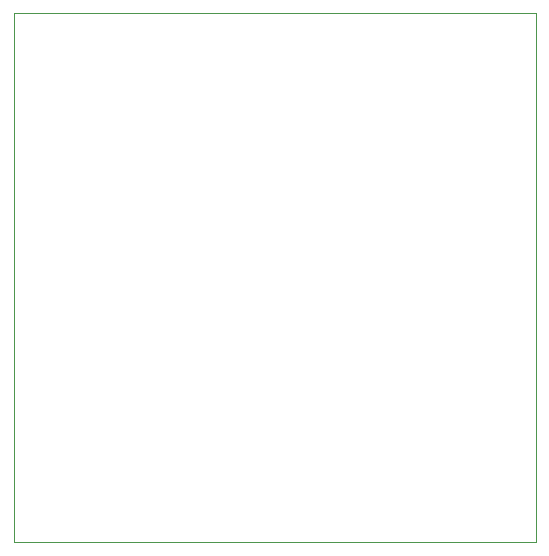
<source format=gbr>
%TF.GenerationSoftware,KiCad,Pcbnew,(5.1.8)-1*%
%TF.CreationDate,2021-02-07T14:07:47+00:00*%
%TF.ProjectId,Bat_Listner_JLCPCB,4261745f-4c69-4737-946e-65725f4a4c43,rev?*%
%TF.SameCoordinates,Original*%
%TF.FileFunction,Profile,NP*%
%FSLAX46Y46*%
G04 Gerber Fmt 4.6, Leading zero omitted, Abs format (unit mm)*
G04 Created by KiCad (PCBNEW (5.1.8)-1) date 2021-02-07 14:07:47*
%MOMM*%
%LPD*%
G01*
G04 APERTURE LIST*
%TA.AperFunction,Profile*%
%ADD10C,0.100000*%
%TD*%
G04 APERTURE END LIST*
D10*
X174752000Y-45212000D02*
X174752000Y-90000000D01*
X130556000Y-45212000D02*
X174752000Y-45212000D01*
X130556000Y-90000000D02*
X130556000Y-45212000D01*
X174752000Y-90000000D02*
X130556000Y-90000000D01*
M02*

</source>
